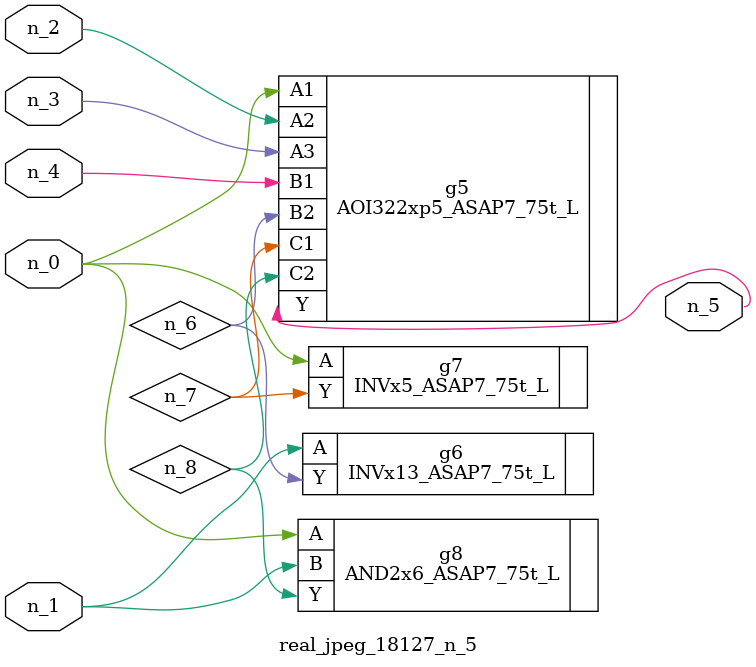
<source format=v>
module real_jpeg_18127_n_5 (n_4, n_0, n_1, n_2, n_3, n_5);

input n_4;
input n_0;
input n_1;
input n_2;
input n_3;

output n_5;

wire n_8;
wire n_6;
wire n_7;

AOI322xp5_ASAP7_75t_L g5 ( 
.A1(n_0),
.A2(n_2),
.A3(n_3),
.B1(n_4),
.B2(n_6),
.C1(n_7),
.C2(n_8),
.Y(n_5)
);

INVx5_ASAP7_75t_L g7 ( 
.A(n_0),
.Y(n_7)
);

AND2x6_ASAP7_75t_L g8 ( 
.A(n_0),
.B(n_1),
.Y(n_8)
);

INVx13_ASAP7_75t_L g6 ( 
.A(n_1),
.Y(n_6)
);


endmodule
</source>
